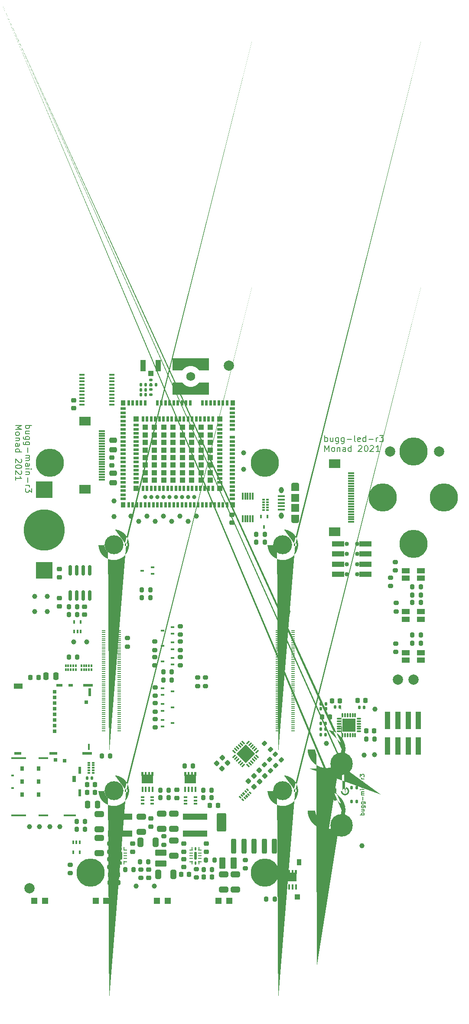
<source format=gbr>
%TF.GenerationSoftware,KiCad,Pcbnew,5.99.0-1.20210520gite8102d8.fc33*%
%TF.CreationDate,2021-05-24T11:11:45+01:00*%
%TF.ProjectId,bugg-panel-r3,62756767-2d70-4616-9e65-6c2d72332e6b,rev?*%
%TF.SameCoordinates,Original*%
%TF.FileFunction,Soldermask,Top*%
%TF.FilePolarity,Negative*%
%FSLAX46Y46*%
G04 Gerber Fmt 4.6, Leading zero omitted, Abs format (unit mm)*
G04 Created by KiCad (PCBNEW 5.99.0-1.20210520gite8102d8.fc33) date 2021-05-24 11:11:45*
%MOMM*%
%LPD*%
G01*
G04 APERTURE LIST*
G04 Aperture macros list*
%AMRoundRect*
0 Rectangle with rounded corners*
0 $1 Rounding radius*
0 $2 $3 $4 $5 $6 $7 $8 $9 X,Y pos of 4 corners*
0 Add a 4 corners polygon primitive as box body*
4,1,4,$2,$3,$4,$5,$6,$7,$8,$9,$2,$3,0*
0 Add four circle primitives for the rounded corners*
1,1,$1+$1,$2,$3*
1,1,$1+$1,$4,$5*
1,1,$1+$1,$6,$7*
1,1,$1+$1,$8,$9*
0 Add four rect primitives between the rounded corners*
20,1,$1+$1,$2,$3,$4,$5,0*
20,1,$1+$1,$4,$5,$6,$7,0*
20,1,$1+$1,$6,$7,$8,$9,0*
20,1,$1+$1,$8,$9,$2,$3,0*%
%AMRotRect*
0 Rectangle, with rotation*
0 The origin of the aperture is its center*
0 $1 length*
0 $2 width*
0 $3 Rotation angle, in degrees counterclockwise*
0 Add horizontal line*
21,1,$1,$2,0,0,$3*%
%AMFreePoly0*
4,1,21,1.372500,0.787500,0.862500,0.787500,0.862500,0.532500,1.372500,0.532500,1.372500,0.127500,0.862500,0.127500,0.862500,-0.127500,1.372500,-0.127500,1.372500,-0.532500,0.862500,-0.532500,0.862500,-0.787500,1.372500,-0.787500,1.372500,-1.195000,0.612500,-1.195000,0.612500,-1.117500,-0.862500,-1.117500,-0.862500,1.117500,0.612500,1.117500,0.612500,1.195000,1.372500,1.195000,
1.372500,0.787500,1.372500,0.787500,$1*%
%AMFreePoly1*
4,1,59,0.185535,1.453533,0.356177,1.392770,0.509116,1.295712,0.636751,1.167183,0.732739,1.013570,0.792309,0.842508,0.812500,0.662500,0.812183,0.639814,0.786974,0.460439,0.722651,0.291108,0.622411,0.140235,0.491237,0.015319,0.335647,-0.077430,0.163376,-0.133405,0.009760,-0.147385,0.000000,-0.150000,-0.004810,-0.148711,-0.017016,-0.149822,-0.196562,-0.125865,-0.366338,-0.062726,
-0.517907,0.036458,-0.643735,0.166757,-0.737569,0.321695,-0.794745,0.493572,-0.811923,0.668761,-0.512462,0.668761,-0.493621,0.524679,-0.435098,0.391675,-0.341598,0.280444,-0.220637,0.199925,-0.081939,0.156593,0.063346,0.153930,0.203538,0.192151,0.327369,0.268183,0.424882,0.375914,0.488239,0.506683,0.512347,0.649979,0.512500,0.662500,0.491900,0.806342,0.431757,0.938620,
0.336905,1.048701,0.214969,1.127736,0.075752,1.169371,-0.069554,1.170258,-0.209269,1.130328,-0.332161,1.052788,-0.428351,0.943874,-0.490106,0.812340,-0.512462,0.668761,-0.811923,0.668761,-0.812421,0.673844,-0.789718,0.853553,-0.727766,1.023766,-0.629642,1.176024,-0.500225,1.302759,-0.345946,1.397672,-0.174472,1.456046,0.005672,1.474980,0.185535,1.453533,0.185535,1.453533,
$1*%
%AMFreePoly2*
4,1,112,-2.563245,3.679731,-2.180727,3.619146,-1.806637,3.518909,-1.445074,3.380118,-1.100000,3.204294,-0.775195,2.993363,-0.474217,2.749636,-0.200364,2.475783,0.043363,2.174805,0.254294,1.850000,0.430118,1.504926,0.568909,1.143363,0.669146,0.769273,0.729731,0.386755,0.750000,0.000000,0.729731,-0.386755,0.669146,-0.769273,0.568909,-1.143363,0.430118,-1.504926,0.254294,-1.850000,
0.043363,-2.174805,-0.200364,-2.475783,-0.474217,-2.749636,-0.775195,-2.993363,-1.100000,-3.204294,-1.445074,-3.380118,-1.806637,-3.518909,-2.180727,-3.619146,-2.563245,-3.679731,-2.950000,-3.700000,-3.336755,-3.679731,-3.719273,-3.619146,-4.093363,-3.518909,-4.454926,-3.380118,-4.800000,-3.204294,-5.124805,-2.993363,-5.425783,-2.749636,-5.699636,-2.475783,-5.943363,-2.174805,-6.154294,-1.850000,
-6.330118,-1.504926,-6.468909,-1.143363,-6.569146,-0.769273,-6.629731,-0.386755,-6.645172,-0.092126,-5.148070,-0.092126,-5.116577,-0.382026,-5.047019,-0.665214,-4.940620,-0.936714,-4.799247,-1.191758,-4.625384,-1.425864,-4.422087,-1.634919,-4.192927,-1.815250,-3.941931,-1.963689,-3.673507,-2.077628,-3.392371,-2.155066,-3.103464,-2.194641,-2.811861,-2.195659,-2.522684,-2.158101,-2.241015,-2.082628,
-1.971803,-1.970566,-1.719776,-1.823883,-1.489362,-1.645156,-1.284611,-1.437525,-1.109119,-1.204639,-0.965968,-0.950589,-0.857676,-0.679837,-0.786143,-0.397142,-0.752626,-0.107469,-0.750000,0.000000,-0.769326,0.290964,-0.826964,0.576816,-0.921901,0.852534,-1.052470,1.113274,-1.216376,1.354455,-1.410741,1.571840,-1.632148,1.761609,-1.876709,1.920429,-2.140126,2.045508,-2.417772,2.134651,
-2.704768,2.186289,-2.996073,2.199518,-3.286569,2.174102,-3.571151,2.110491,-3.844821,2.009800,-4.102769,1.873799,-4.340464,1.704878,-4.553731,1.506004,-4.738822,1.280671,-4.892485,1.032837,-5.012020,0.766859,-5.095329,0.487407,-5.140946,0.199392,-5.148070,-0.092126,-6.645172,-0.092126,-6.650000,0.000000,-6.629731,0.386755,-6.569146,0.769273,-6.468909,1.143363,-6.330118,1.504926,
-6.154294,1.850000,-5.943363,2.174805,-5.699636,2.475783,-5.425783,2.749636,-5.124805,2.993363,-4.800000,3.204294,-4.454926,3.380118,-4.093363,3.518909,-3.719273,3.619146,-3.336755,3.679731,-2.950000,3.700000,-2.563245,3.679731,-2.563245,3.679731,$1*%
%AMFreePoly3*
4,1,103,-2.196018,2.981970,-1.854730,2.937039,-1.520868,2.853179,-1.198857,2.731501,-0.892966,2.573619,-0.607249,2.381624,-0.345492,2.158063,-0.111165,1.905898,0.092625,1.628471,0.263178,1.329459,0.398233,1.012826,0.496001,0.682769,0.555185,0.343662,0.575000,0.000000,0.569100,-0.187744,0.527745,-0.529483,0.447385,-0.864205,0.329086,-1.187472,0.174416,-1.495000,-0.014576,-1.782712,
-0.235384,-2.046796,-0.485082,-2.283750,-0.760359,-2.490435,-1.057568,-2.664110,-1.372770,-2.802473,-1.701785,-2.903691,-2.040254,-2.966423,-2.383689,-2.989836,-2.727540,-2.973620,-3.067248,-2.917991,-3.398311,-2.823685,-3.716341,-2.691953,-4.017122,-2.524540,-4.296668,-2.323666,-4.551273,-2.091993,-4.777563,-1.832592,-4.972539,-1.548901,-5.133616,-1.244680,-5.258659,-0.923961,-5.346011,-0.590995,
-5.394514,-0.250197,-5.398880,-0.083468,-4.253106,-0.083468,-4.221804,-0.347936,-4.152653,-0.605115,-4.047100,-0.849617,-3.907357,-1.076322,-3.736352,-1.280480,-3.537667,-1.457813,-3.315464,-1.604607,-3.074397,-1.717788,-2.819517,-1.794984,-2.556163,-1.834577,-2.289852,-1.835739,-2.026162,-1.798445,-1.770618,-1.723477,-1.528573,-1.612404,-1.305097,-1.467554,-1.104872,-1.291962,-0.932092,-1.089304,
-0.790376,-0.863828,-0.682694,-0.620255,-0.611301,-0.363690,-0.577693,-0.099505,-0.575000,0.000000,-0.594273,0.265615,-0.651686,0.525667,-0.746039,0.774706,-0.875354,1.007516,-1.036921,1.219221,-1.227358,1.405385,-1.442673,1.562108,-1.678358,1.686107,-1.929474,1.774786,-2.190760,1.826285,-2.456745,1.839526,-2.721854,1.814233,-2.980536,1.750934,-3.227371,1.650955,-3.457187,1.516392,
-3.665172,1.350063,-3.846967,1.155452,-3.998765,0.936636,-4.117386,0.698199,-4.200344,0.445136,-4.245902,0.182748,-4.253106,-0.083468,-5.398880,-0.083468,-5.403525,0.093918,-5.372924,0.436788,-5.303118,0.773869,-5.195032,1.100692,-5.050097,1.412927,-4.870236,1.706434,-4.657832,1.977322,-4.415701,2.222003,-4.147051,2.437232,-3.855443,2.620157,-3.544744,2.768353,-3.219070,2.879856,
-2.882739,2.953188,-2.540208,2.987377,-2.196018,2.981970,-2.196018,2.981970,$1*%
%AMFreePoly4*
4,1,25,-1.500000,1.420000,-1.360000,1.280000,-1.205000,1.155000,-1.035000,1.045000,-0.860000,0.950000,-0.675000,0.875000,-0.480000,0.820000,-0.280000,0.780000,-0.085000,0.765000,0.085000,0.765000,0.280000,0.780000,0.480000,0.820000,0.675000,0.875000,0.860000,0.950000,1.035000,1.045000,1.205000,1.155000,1.360000,1.280000,1.500000,1.420000,1.645000,1.595000,3.555000,1.595000,
3.555000,-0.755000,-3.555000,-0.755000,-3.555000,1.595000,-1.645000,1.595000,-1.500000,1.420000,-1.500000,1.420000,$1*%
G04 Aperture macros list end*
%ADD10C,0.150000*%
%ADD11C,0.200000*%
%ADD12R,1.350000X0.400000*%
%ADD13O,0.950000X1.250000*%
%ADD14R,1.550000X1.200000*%
%ADD15R,1.550000X1.500000*%
%ADD16O,1.550000X0.890000*%
%ADD17R,0.405000X0.990000*%
%ADD18FreePoly0,90.000000*%
%ADD19R,1.200000X1.200000*%
%ADD20RoundRect,0.200000X-0.275000X0.200000X-0.275000X-0.200000X0.275000X-0.200000X0.275000X0.200000X0*%
%ADD21R,0.700000X0.450000*%
%ADD22C,1.000000*%
%ADD23RoundRect,0.200000X0.275000X-0.200000X0.275000X0.200000X-0.275000X0.200000X-0.275000X-0.200000X0*%
%ADD24RoundRect,0.250000X-0.250000X-1.200000X0.250000X-1.200000X0.250000X1.200000X-0.250000X1.200000X0*%
%ADD25RoundRect,0.250000X-0.650000X-1.550000X0.650000X-1.550000X0.650000X1.550000X-0.650000X1.550000X0*%
%ADD26RoundRect,0.050000X-0.287500X-0.075000X0.287500X-0.075000X0.287500X0.075000X-0.287500X0.075000X0*%
%ADD27RoundRect,0.050000X0.075000X-0.287500X0.075000X0.287500X-0.075000X0.287500X-0.075000X-0.287500X0*%
%ADD28RoundRect,0.050000X-0.275000X-0.075000X0.275000X-0.075000X0.275000X0.075000X-0.275000X0.075000X0*%
%ADD29RoundRect,0.050050X0.124950X0.274950X-0.124950X0.274950X-0.124950X-0.274950X0.124950X-0.274950X0*%
%ADD30RoundRect,0.049950X-0.175050X-0.675050X0.175050X-0.675050X0.175050X0.675050X-0.175050X0.675050X0*%
%ADD31RoundRect,0.225000X0.250000X-0.225000X0.250000X0.225000X-0.250000X0.225000X-0.250000X-0.225000X0*%
%ADD32RoundRect,0.250000X-0.475000X0.250000X-0.475000X-0.250000X0.475000X-0.250000X0.475000X0.250000X0*%
%ADD33RoundRect,0.200000X-0.200000X-0.275000X0.200000X-0.275000X0.200000X0.275000X-0.200000X0.275000X0*%
%ADD34R,0.900000X1.200000*%
%ADD35RoundRect,0.150000X0.150000X-0.825000X0.150000X0.825000X-0.150000X0.825000X-0.150000X-0.825000X0*%
%ADD36RoundRect,0.250000X-0.650000X0.325000X-0.650000X-0.325000X0.650000X-0.325000X0.650000X0.325000X0*%
%ADD37R,1.500000X1.100000*%
%ADD38RoundRect,0.225000X-0.225000X-0.250000X0.225000X-0.250000X0.225000X0.250000X-0.225000X0.250000X0*%
%ADD39R,0.450000X0.700000*%
%ADD40R,0.550000X0.300000*%
%ADD41R,0.550000X0.400000*%
%ADD42R,0.300000X0.550000*%
%ADD43R,0.400000X0.550000*%
%ADD44C,0.850000*%
%ADD45R,2.350000X1.000000*%
%ADD46RoundRect,0.200000X0.335876X0.053033X0.053033X0.335876X-0.335876X-0.053033X-0.053033X-0.335876X0*%
%ADD47RoundRect,0.135000X-0.185000X0.135000X-0.185000X-0.135000X0.185000X-0.135000X0.185000X0.135000X0*%
%ADD48R,1.050000X2.200000*%
%ADD49R,1.000000X1.050000*%
%ADD50C,2.000000*%
%ADD51R,0.522000X0.725000*%
%ADD52FreePoly1,90.000000*%
%ADD53RoundRect,0.200000X0.200000X0.275000X-0.200000X0.275000X-0.200000X-0.275000X0.200000X-0.275000X0*%
%ADD54C,4.400000*%
%ADD55FreePoly2,90.000000*%
%ADD56R,0.500000X1.000000*%
%ADD57R,1.000000X0.500000*%
%ADD58R,1.000000X1.000000*%
%ADD59R,0.900000X1.000000*%
%ADD60C,0.800000*%
%ADD61R,0.300000X1.400000*%
%ADD62R,1.000000X3.500000*%
%ADD63RoundRect,0.140000X-0.140000X-0.170000X0.140000X-0.170000X0.140000X0.170000X-0.140000X0.170000X0*%
%ADD64RoundRect,0.225000X0.225000X0.250000X-0.225000X0.250000X-0.225000X-0.250000X0.225000X-0.250000X0*%
%ADD65C,3.700000*%
%ADD66FreePoly3,0.000000*%
%ADD67RoundRect,0.225000X-0.250000X0.225000X-0.250000X-0.225000X0.250000X-0.225000X0.250000X0.225000X0*%
%ADD68RoundRect,0.075000X-0.350000X-0.075000X0.350000X-0.075000X0.350000X0.075000X-0.350000X0.075000X0*%
%ADD69RoundRect,0.075000X-0.075000X-0.350000X0.075000X-0.350000X0.075000X0.350000X-0.075000X0.350000X0*%
%ADD70R,2.650000X2.650000*%
%ADD71RoundRect,0.250000X0.650000X-0.325000X0.650000X0.325000X-0.650000X0.325000X-0.650000X-0.325000X0*%
%ADD72RoundRect,0.062500X-0.203293X-0.291682X0.291682X0.203293X0.203293X0.291682X-0.291682X-0.203293X0*%
%ADD73RoundRect,0.062500X0.203293X-0.291682X0.291682X-0.203293X-0.203293X0.291682X-0.291682X0.203293X0*%
%ADD74RotRect,2.600000X2.600000X45.000000*%
%ADD75C,1.730000*%
%ADD76FreePoly4,180.000000*%
%ADD77FreePoly4,0.000000*%
%ADD78RoundRect,0.140000X-0.170000X0.140000X-0.170000X-0.140000X0.170000X-0.140000X0.170000X0.140000X0*%
%ADD79RoundRect,0.140000X0.140000X0.170000X-0.140000X0.170000X-0.140000X-0.170000X0.140000X-0.170000X0*%
%ADD80R,0.700000X0.200000*%
%ADD81C,5.500000*%
%ADD82RoundRect,0.225000X-0.017678X0.335876X-0.335876X0.017678X0.017678X-0.335876X0.335876X-0.017678X0*%
%ADD83RoundRect,0.250000X-0.375000X-0.850000X0.375000X-0.850000X0.375000X0.850000X-0.375000X0.850000X0*%
%ADD84R,1.300000X0.300000*%
%ADD85R,2.200000X1.800000*%
%ADD86R,0.400000X0.650000*%
%ADD87RoundRect,0.225000X-0.335876X-0.017678X-0.017678X-0.335876X0.335876X0.017678X0.017678X0.335876X0*%
%ADD88RoundRect,0.147500X-0.147500X-0.172500X0.147500X-0.172500X0.147500X0.172500X-0.147500X0.172500X0*%
%ADD89RoundRect,0.250000X0.475000X-0.250000X0.475000X0.250000X-0.475000X0.250000X-0.475000X-0.250000X0*%
%ADD90R,1.100000X1.100000*%
%ADD91R,1.000000X0.400000*%
%ADD92RoundRect,0.250000X-0.325000X-0.650000X0.325000X-0.650000X0.325000X0.650000X-0.325000X0.650000X0*%
%ADD93R,4.700000X1.200000*%
%ADD94RoundRect,0.250000X-0.250000X-0.475000X0.250000X-0.475000X0.250000X0.475000X-0.250000X0.475000X0*%
%ADD95R,0.700000X0.900000*%
%ADD96R,0.700000X0.700000*%
%ADD97R,0.650000X1.200000*%
%ADD98R,0.500000X1.400000*%
%ADD99R,0.600000X0.300000*%
%ADD100R,2.900000X0.450000*%
%ADD101R,0.700000X0.750000*%
%ADD102R,1.900000X0.450000*%
%ADD103R,2.400000X0.450000*%
%ADD104RotRect,0.300000X0.550000X225.000000*%
%ADD105RotRect,0.400000X0.550000X225.000000*%
%ADD106R,0.650000X0.400000*%
%ADD107R,3.200000X3.200000*%
%ADD108C,8.000000*%
%ADD109RoundRect,0.135000X-0.135000X-0.185000X0.135000X-0.185000X0.135000X0.185000X-0.135000X0.185000X0*%
%ADD110RoundRect,0.135000X0.135000X0.185000X-0.135000X0.185000X-0.135000X-0.185000X0.135000X-0.185000X0*%
%ADD111R,0.700000X0.640000*%
%ADD112R,0.550000X1.550000*%
%ADD113R,0.820000X0.520000*%
%ADD114R,1.850000X0.570000*%
%ADD115R,0.450000X1.300000*%
%ADD116R,1.450000X0.570000*%
%ADD117R,1.150000X0.520000*%
%ADD118R,1.960000X0.570000*%
%ADD119R,1.650000X0.520000*%
%ADD120R,1.700000X1.010000*%
%ADD121RoundRect,0.250000X0.325000X0.650000X-0.325000X0.650000X-0.325000X-0.650000X0.325000X-0.650000X0*%
%ADD122RoundRect,0.250000X0.850000X-0.375000X0.850000X0.375000X-0.850000X0.375000X-0.850000X-0.375000X0*%
G04 APERTURE END LIST*
D10*
X40411904Y-28692857D02*
X39611904Y-28692857D01*
X39916666Y-28692857D02*
X39878571Y-28616666D01*
X39878571Y-28464285D01*
X39916666Y-28388095D01*
X39954761Y-28350000D01*
X40030952Y-28311904D01*
X40259523Y-28311904D01*
X40335714Y-28350000D01*
X40373809Y-28388095D01*
X40411904Y-28464285D01*
X40411904Y-28616666D01*
X40373809Y-28692857D01*
X39878571Y-27626190D02*
X40411904Y-27626190D01*
X39878571Y-27969047D02*
X40297619Y-27969047D01*
X40373809Y-27930952D01*
X40411904Y-27854761D01*
X40411904Y-27740476D01*
X40373809Y-27664285D01*
X40335714Y-27626190D01*
X39878571Y-26902380D02*
X40526190Y-26902380D01*
X40602380Y-26940476D01*
X40640476Y-26978571D01*
X40678571Y-27054761D01*
X40678571Y-27169047D01*
X40640476Y-27245238D01*
X40373809Y-26902380D02*
X40411904Y-26978571D01*
X40411904Y-27130952D01*
X40373809Y-27207142D01*
X40335714Y-27245238D01*
X40259523Y-27283333D01*
X40030952Y-27283333D01*
X39954761Y-27245238D01*
X39916666Y-27207142D01*
X39878571Y-27130952D01*
X39878571Y-26978571D01*
X39916666Y-26902380D01*
X39878571Y-26178571D02*
X40526190Y-26178571D01*
X40602380Y-26216666D01*
X40640476Y-26254761D01*
X40678571Y-26330952D01*
X40678571Y-26445238D01*
X40640476Y-26521428D01*
X40373809Y-26178571D02*
X40411904Y-26254761D01*
X40411904Y-26407142D01*
X40373809Y-26483333D01*
X40335714Y-26521428D01*
X40259523Y-26559523D01*
X40030952Y-26559523D01*
X39954761Y-26521428D01*
X39916666Y-26483333D01*
X39878571Y-26407142D01*
X39878571Y-26254761D01*
X39916666Y-26178571D01*
X40107142Y-25797619D02*
X40107142Y-25188095D01*
X40411904Y-24807142D02*
X39878571Y-24807142D01*
X39954761Y-24807142D02*
X39916666Y-24769047D01*
X39878571Y-24692857D01*
X39878571Y-24578571D01*
X39916666Y-24502380D01*
X39992857Y-24464285D01*
X40411904Y-24464285D01*
X39992857Y-24464285D02*
X39916666Y-24426190D01*
X39878571Y-24350000D01*
X39878571Y-24235714D01*
X39916666Y-24159523D01*
X39992857Y-24121428D01*
X40411904Y-24121428D01*
X40411904Y-23740476D02*
X39878571Y-23740476D01*
X39611904Y-23740476D02*
X39650000Y-23778571D01*
X39688095Y-23740476D01*
X39650000Y-23702380D01*
X39611904Y-23740476D01*
X39688095Y-23740476D01*
X40373809Y-23016666D02*
X40411904Y-23092857D01*
X40411904Y-23245238D01*
X40373809Y-23321428D01*
X40335714Y-23359523D01*
X40259523Y-23397619D01*
X40030952Y-23397619D01*
X39954761Y-23359523D01*
X39916666Y-23321428D01*
X39878571Y-23245238D01*
X39878571Y-23092857D01*
X39916666Y-23016666D01*
X40107142Y-22673809D02*
X40107142Y-22064285D01*
X40411904Y-21683333D02*
X39878571Y-21683333D01*
X40030952Y-21683333D02*
X39954761Y-21645238D01*
X39916666Y-21607142D01*
X39878571Y-21530952D01*
X39878571Y-21454761D01*
X39611904Y-21264285D02*
X39611904Y-20769047D01*
X39916666Y-21035714D01*
X39916666Y-20921428D01*
X39954761Y-20845238D01*
X39992857Y-20807142D01*
X40069047Y-20769047D01*
X40259523Y-20769047D01*
X40335714Y-20807142D01*
X40373809Y-20845238D01*
X40411904Y-20921428D01*
X40411904Y-21150000D01*
X40373809Y-21226190D01*
X40335714Y-21264285D01*
D11*
X32715714Y44173142D02*
X32715714Y45373142D01*
X32715714Y44916000D02*
X32830000Y44973142D01*
X33058571Y44973142D01*
X33172857Y44916000D01*
X33230000Y44858857D01*
X33287142Y44744571D01*
X33287142Y44401714D01*
X33230000Y44287428D01*
X33172857Y44230285D01*
X33058571Y44173142D01*
X32830000Y44173142D01*
X32715714Y44230285D01*
X34315714Y44973142D02*
X34315714Y44173142D01*
X33801428Y44973142D02*
X33801428Y44344571D01*
X33858571Y44230285D01*
X33972857Y44173142D01*
X34144285Y44173142D01*
X34258571Y44230285D01*
X34315714Y44287428D01*
X35401428Y44973142D02*
X35401428Y44001714D01*
X35344285Y43887428D01*
X35287142Y43830285D01*
X35172857Y43773142D01*
X35001428Y43773142D01*
X34887142Y43830285D01*
X35401428Y44230285D02*
X35287142Y44173142D01*
X35058571Y44173142D01*
X34944285Y44230285D01*
X34887142Y44287428D01*
X34830000Y44401714D01*
X34830000Y44744571D01*
X34887142Y44858857D01*
X34944285Y44916000D01*
X35058571Y44973142D01*
X35287142Y44973142D01*
X35401428Y44916000D01*
X36487142Y44973142D02*
X36487142Y44001714D01*
X36430000Y43887428D01*
X36372857Y43830285D01*
X36258571Y43773142D01*
X36087142Y43773142D01*
X35972857Y43830285D01*
X36487142Y44230285D02*
X36372857Y44173142D01*
X36144285Y44173142D01*
X36030000Y44230285D01*
X35972857Y44287428D01*
X35915714Y44401714D01*
X35915714Y44744571D01*
X35972857Y44858857D01*
X36030000Y44916000D01*
X36144285Y44973142D01*
X36372857Y44973142D01*
X36487142Y44916000D01*
X37058571Y44630285D02*
X37972857Y44630285D01*
X38715714Y44173142D02*
X38601428Y44230285D01*
X38544285Y44344571D01*
X38544285Y45373142D01*
X39630000Y44230285D02*
X39515714Y44173142D01*
X39287142Y44173142D01*
X39172857Y44230285D01*
X39115714Y44344571D01*
X39115714Y44801714D01*
X39172857Y44916000D01*
X39287142Y44973142D01*
X39515714Y44973142D01*
X39630000Y44916000D01*
X39687142Y44801714D01*
X39687142Y44687428D01*
X39115714Y44573142D01*
X40715714Y44173142D02*
X40715714Y45373142D01*
X40715714Y44230285D02*
X40601428Y44173142D01*
X40372857Y44173142D01*
X40258571Y44230285D01*
X40201428Y44287428D01*
X40144285Y44401714D01*
X40144285Y44744571D01*
X40201428Y44858857D01*
X40258571Y44916000D01*
X40372857Y44973142D01*
X40601428Y44973142D01*
X40715714Y44916000D01*
X41287142Y44630285D02*
X42201428Y44630285D01*
X42772857Y44173142D02*
X42772857Y44973142D01*
X42772857Y44744571D02*
X42830000Y44858857D01*
X42887142Y44916000D01*
X43001428Y44973142D01*
X43115714Y44973142D01*
X43401428Y45373142D02*
X44144285Y45373142D01*
X43744285Y44916000D01*
X43915714Y44916000D01*
X44030000Y44858857D01*
X44087142Y44801714D01*
X44144285Y44687428D01*
X44144285Y44401714D01*
X44087142Y44287428D01*
X44030000Y44230285D01*
X43915714Y44173142D01*
X43572857Y44173142D01*
X43458571Y44230285D01*
X43401428Y44287428D01*
X32715714Y42241142D02*
X32715714Y43441142D01*
X33115714Y42584000D01*
X33515714Y43441142D01*
X33515714Y42241142D01*
X34258571Y42241142D02*
X34144285Y42298285D01*
X34087142Y42355428D01*
X34030000Y42469714D01*
X34030000Y42812571D01*
X34087142Y42926857D01*
X34144285Y42984000D01*
X34258571Y43041142D01*
X34430000Y43041142D01*
X34544285Y42984000D01*
X34601428Y42926857D01*
X34658571Y42812571D01*
X34658571Y42469714D01*
X34601428Y42355428D01*
X34544285Y42298285D01*
X34430000Y42241142D01*
X34258571Y42241142D01*
X35172857Y43041142D02*
X35172857Y42241142D01*
X35172857Y42926857D02*
X35230000Y42984000D01*
X35344285Y43041142D01*
X35515714Y43041142D01*
X35630000Y42984000D01*
X35687142Y42869714D01*
X35687142Y42241142D01*
X36772857Y42241142D02*
X36772857Y42869714D01*
X36715714Y42984000D01*
X36601428Y43041142D01*
X36372857Y43041142D01*
X36258571Y42984000D01*
X36772857Y42298285D02*
X36658571Y42241142D01*
X36372857Y42241142D01*
X36258571Y42298285D01*
X36201428Y42412571D01*
X36201428Y42526857D01*
X36258571Y42641142D01*
X36372857Y42698285D01*
X36658571Y42698285D01*
X36772857Y42755428D01*
X37858571Y42241142D02*
X37858571Y43441142D01*
X37858571Y42298285D02*
X37744285Y42241142D01*
X37515714Y42241142D01*
X37401428Y42298285D01*
X37344285Y42355428D01*
X37287142Y42469714D01*
X37287142Y42812571D01*
X37344285Y42926857D01*
X37401428Y42984000D01*
X37515714Y43041142D01*
X37744285Y43041142D01*
X37858571Y42984000D01*
X39287142Y43326857D02*
X39344285Y43384000D01*
X39458571Y43441142D01*
X39744285Y43441142D01*
X39858571Y43384000D01*
X39915714Y43326857D01*
X39972857Y43212571D01*
X39972857Y43098285D01*
X39915714Y42926857D01*
X39230000Y42241142D01*
X39972857Y42241142D01*
X40715714Y43441142D02*
X40830000Y43441142D01*
X40944285Y43384000D01*
X41001428Y43326857D01*
X41058571Y43212571D01*
X41115714Y42984000D01*
X41115714Y42698285D01*
X41058571Y42469714D01*
X41001428Y42355428D01*
X40944285Y42298285D01*
X40830000Y42241142D01*
X40715714Y42241142D01*
X40601428Y42298285D01*
X40544285Y42355428D01*
X40487142Y42469714D01*
X40430000Y42698285D01*
X40430000Y42984000D01*
X40487142Y43212571D01*
X40544285Y43326857D01*
X40601428Y43384000D01*
X40715714Y43441142D01*
X41572857Y43326857D02*
X41630000Y43384000D01*
X41744285Y43441142D01*
X42030000Y43441142D01*
X42144285Y43384000D01*
X42201428Y43326857D01*
X42258571Y43212571D01*
X42258571Y43098285D01*
X42201428Y42926857D01*
X41515714Y42241142D01*
X42258571Y42241142D01*
X43401428Y42241142D02*
X42715714Y42241142D01*
X43058571Y42241142D02*
X43058571Y43441142D01*
X42944285Y43269714D01*
X42830000Y43155428D01*
X42715714Y43098285D01*
X-25776857Y47334285D02*
X-24576857Y47334285D01*
X-25034000Y47334285D02*
X-24976857Y47220000D01*
X-24976857Y46991428D01*
X-25034000Y46877142D01*
X-25091142Y46820000D01*
X-25205428Y46762857D01*
X-25548285Y46762857D01*
X-25662571Y46820000D01*
X-25719714Y46877142D01*
X-25776857Y46991428D01*
X-25776857Y47220000D01*
X-25719714Y47334285D01*
X-24976857Y45734285D02*
X-25776857Y45734285D01*
X-24976857Y46248571D02*
X-25605428Y46248571D01*
X-25719714Y46191428D01*
X-25776857Y46077142D01*
X-25776857Y45905714D01*
X-25719714Y45791428D01*
X-25662571Y45734285D01*
X-24976857Y44648571D02*
X-25948285Y44648571D01*
X-26062571Y44705714D01*
X-26119714Y44762857D01*
X-26176857Y44877142D01*
X-26176857Y45048571D01*
X-26119714Y45162857D01*
X-25719714Y44648571D02*
X-25776857Y44762857D01*
X-25776857Y44991428D01*
X-25719714Y45105714D01*
X-25662571Y45162857D01*
X-25548285Y45220000D01*
X-25205428Y45220000D01*
X-25091142Y45162857D01*
X-25034000Y45105714D01*
X-24976857Y44991428D01*
X-24976857Y44762857D01*
X-25034000Y44648571D01*
X-24976857Y43562857D02*
X-25948285Y43562857D01*
X-26062571Y43620000D01*
X-26119714Y43677142D01*
X-26176857Y43791428D01*
X-26176857Y43962857D01*
X-26119714Y44077142D01*
X-25719714Y43562857D02*
X-25776857Y43677142D01*
X-25776857Y43905714D01*
X-25719714Y44020000D01*
X-25662571Y44077142D01*
X-25548285Y44134285D01*
X-25205428Y44134285D01*
X-25091142Y44077142D01*
X-25034000Y44020000D01*
X-24976857Y43905714D01*
X-24976857Y43677142D01*
X-25034000Y43562857D01*
X-25319714Y42991428D02*
X-25319714Y42077142D01*
X-25776857Y41505714D02*
X-24976857Y41505714D01*
X-25091142Y41505714D02*
X-25034000Y41448571D01*
X-24976857Y41334285D01*
X-24976857Y41162857D01*
X-25034000Y41048571D01*
X-25148285Y40991428D01*
X-25776857Y40991428D01*
X-25148285Y40991428D02*
X-25034000Y40934285D01*
X-24976857Y40820000D01*
X-24976857Y40648571D01*
X-25034000Y40534285D01*
X-25148285Y40477142D01*
X-25776857Y40477142D01*
X-25776857Y39391428D02*
X-25148285Y39391428D01*
X-25034000Y39448571D01*
X-24976857Y39562857D01*
X-24976857Y39791428D01*
X-25034000Y39905714D01*
X-25719714Y39391428D02*
X-25776857Y39505714D01*
X-25776857Y39791428D01*
X-25719714Y39905714D01*
X-25605428Y39962857D01*
X-25491142Y39962857D01*
X-25376857Y39905714D01*
X-25319714Y39791428D01*
X-25319714Y39505714D01*
X-25262571Y39391428D01*
X-25776857Y38820000D02*
X-24976857Y38820000D01*
X-24576857Y38820000D02*
X-24634000Y38877142D01*
X-24691142Y38820000D01*
X-24634000Y38762857D01*
X-24576857Y38820000D01*
X-24691142Y38820000D01*
X-24976857Y38248571D02*
X-25776857Y38248571D01*
X-25091142Y38248571D02*
X-25034000Y38191428D01*
X-24976857Y38077142D01*
X-24976857Y37905714D01*
X-25034000Y37791428D01*
X-25148285Y37734285D01*
X-25776857Y37734285D01*
X-25319714Y37162857D02*
X-25319714Y36248571D01*
X-25776857Y35677142D02*
X-24976857Y35677142D01*
X-25205428Y35677142D02*
X-25091142Y35620000D01*
X-25034000Y35562857D01*
X-24976857Y35448571D01*
X-24976857Y35334285D01*
X-24576857Y35048571D02*
X-24576857Y34305714D01*
X-25034000Y34705714D01*
X-25034000Y34534285D01*
X-25091142Y34420000D01*
X-25148285Y34362857D01*
X-25262571Y34305714D01*
X-25548285Y34305714D01*
X-25662571Y34362857D01*
X-25719714Y34420000D01*
X-25776857Y34534285D01*
X-25776857Y34877142D01*
X-25719714Y34991428D01*
X-25662571Y35048571D01*
X-27708857Y47334285D02*
X-26508857Y47334285D01*
X-27366000Y46934285D01*
X-26508857Y46534285D01*
X-27708857Y46534285D01*
X-27708857Y45791428D02*
X-27651714Y45905714D01*
X-27594571Y45962857D01*
X-27480285Y46020000D01*
X-27137428Y46020000D01*
X-27023142Y45962857D01*
X-26966000Y45905714D01*
X-26908857Y45791428D01*
X-26908857Y45620000D01*
X-26966000Y45505714D01*
X-27023142Y45448571D01*
X-27137428Y45391428D01*
X-27480285Y45391428D01*
X-27594571Y45448571D01*
X-27651714Y45505714D01*
X-27708857Y45620000D01*
X-27708857Y45791428D01*
X-26908857Y44877142D02*
X-27708857Y44877142D01*
X-27023142Y44877142D02*
X-26966000Y44820000D01*
X-26908857Y44705714D01*
X-26908857Y44534285D01*
X-26966000Y44420000D01*
X-27080285Y44362857D01*
X-27708857Y44362857D01*
X-27708857Y43277142D02*
X-27080285Y43277142D01*
X-26966000Y43334285D01*
X-26908857Y43448571D01*
X-26908857Y43677142D01*
X-26966000Y43791428D01*
X-27651714Y43277142D02*
X-27708857Y43391428D01*
X-27708857Y43677142D01*
X-27651714Y43791428D01*
X-27537428Y43848571D01*
X-27423142Y43848571D01*
X-27308857Y43791428D01*
X-27251714Y43677142D01*
X-27251714Y43391428D01*
X-27194571Y43277142D01*
X-27708857Y42191428D02*
X-26508857Y42191428D01*
X-27651714Y42191428D02*
X-27708857Y42305714D01*
X-27708857Y42534285D01*
X-27651714Y42648571D01*
X-27594571Y42705714D01*
X-27480285Y42762857D01*
X-27137428Y42762857D01*
X-27023142Y42705714D01*
X-26966000Y42648571D01*
X-26908857Y42534285D01*
X-26908857Y42305714D01*
X-26966000Y42191428D01*
X-26623142Y40762857D02*
X-26566000Y40705714D01*
X-26508857Y40591428D01*
X-26508857Y40305714D01*
X-26566000Y40191428D01*
X-26623142Y40134285D01*
X-26737428Y40077142D01*
X-26851714Y40077142D01*
X-27023142Y40134285D01*
X-27708857Y40820000D01*
X-27708857Y40077142D01*
X-26508857Y39334285D02*
X-26508857Y39220000D01*
X-26566000Y39105714D01*
X-26623142Y39048571D01*
X-26737428Y38991428D01*
X-26966000Y38934285D01*
X-27251714Y38934285D01*
X-27480285Y38991428D01*
X-27594571Y39048571D01*
X-27651714Y39105714D01*
X-27708857Y39220000D01*
X-27708857Y39334285D01*
X-27651714Y39448571D01*
X-27594571Y39505714D01*
X-27480285Y39562857D01*
X-27251714Y39620000D01*
X-26966000Y39620000D01*
X-26737428Y39562857D01*
X-26623142Y39505714D01*
X-26566000Y39448571D01*
X-26508857Y39334285D01*
X-26623142Y38477142D02*
X-26566000Y38420000D01*
X-26508857Y38305714D01*
X-26508857Y38020000D01*
X-26566000Y37905714D01*
X-26623142Y37848571D01*
X-26737428Y37791428D01*
X-26851714Y37791428D01*
X-27023142Y37848571D01*
X-27708857Y38534285D01*
X-27708857Y37791428D01*
X-27708857Y36648571D02*
X-27708857Y37334285D01*
X-27708857Y36991428D02*
X-26508857Y36991428D01*
X-26680285Y37105714D01*
X-26794571Y37220000D01*
X-26851714Y37334285D01*
D12*
%TO.C,J15*%
X24200000Y30900000D03*
X24200000Y31550000D03*
X24200000Y32200000D03*
X24200000Y32850000D03*
X24200000Y33500000D03*
D13*
X24200000Y34700000D03*
D14*
X26900000Y35100000D03*
D15*
X26900000Y31200000D03*
D14*
X26900000Y29300000D03*
D13*
X24200000Y29700000D03*
D15*
X26900000Y33200000D03*
D16*
X26900000Y35700000D03*
X26900000Y28700000D03*
%TD*%
D17*
%TO.C,Q3*%
X25115600Y-42792500D03*
X25775600Y-42792500D03*
X26435600Y-42792500D03*
X27095600Y-42792500D03*
D18*
X26105600Y-40800000D03*
%TD*%
D19*
%TO.C,D1*%
X-12050000Y-45500000D03*
X-9950000Y-45500000D03*
%TD*%
D20*
%TO.C,R202*%
X46650000Y12675000D03*
X46650000Y11025000D03*
%TD*%
D21*
%TO.C,Q11*%
X3000000Y3650000D03*
X3000000Y4950000D03*
X1000000Y4300000D03*
%TD*%
D22*
%TO.C,T10*%
X16865600Y38760400D03*
%TD*%
D17*
%TO.C,Q1*%
X-2915000Y-23685000D03*
X-2255000Y-23685000D03*
X-1595000Y-23685000D03*
X-935000Y-23685000D03*
D18*
X-1925000Y-21692500D03*
%TD*%
D23*
%TO.C,R44*%
X7840000Y-3545000D03*
X7840000Y-1895000D03*
%TD*%
D24*
%TO.C,J10*%
X14900000Y-34800000D03*
X16900000Y-34800000D03*
X18900000Y-34800000D03*
X20900000Y-34800000D03*
X22900000Y-34800000D03*
D25*
X12550000Y-30150000D03*
X25250000Y-30150000D03*
%TD*%
D22*
%TO.C,T7*%
X-13825000Y5100000D03*
%TD*%
D26*
%TO.C,U5*%
X-8012500Y-35550000D03*
D27*
X-7800000Y-35337500D03*
D28*
X-8025000Y-36200000D03*
X-8025000Y-36700000D03*
X-8025000Y-37200000D03*
D27*
X-7800000Y-38062500D03*
D26*
X-8012500Y-37850000D03*
D29*
X-7150000Y-38075000D03*
D26*
X-6287500Y-37850000D03*
D27*
X-6500000Y-38062500D03*
D28*
X-6275000Y-37200000D03*
X-6275000Y-36700000D03*
X-6275000Y-36200000D03*
D27*
X-6500000Y-35337500D03*
D26*
X-6287500Y-35550000D03*
D29*
X-7150000Y-35325000D03*
D30*
X-7150000Y-36700000D03*
%TD*%
D31*
%TO.C,C36*%
X-14200000Y10375000D03*
X-14200000Y11925000D03*
%TD*%
D32*
%TO.C,C23*%
X-8600000Y38050000D03*
X-8600000Y36150000D03*
%TD*%
D22*
%TO.C,T4*%
X-23000000Y-31000000D03*
%TD*%
D33*
%TO.C,R7*%
X575000Y-25350000D03*
X2225000Y-25350000D03*
%TD*%
D34*
%TO.C,D4*%
X27700000Y-37950000D03*
X24400000Y-37950000D03*
%TD*%
D33*
%TO.C,R8*%
X8950000Y-25350000D03*
X10600000Y-25350000D03*
%TD*%
D21*
%TO.C,Q9*%
X3000000Y6650000D03*
X3000000Y7950000D03*
X1000000Y7300000D03*
%TD*%
D22*
%TO.C,T15*%
X-24000000Y11000000D03*
%TD*%
D23*
%TO.C,R43*%
X4450000Y6475000D03*
X4450000Y8125000D03*
%TD*%
D35*
%TO.C,U13*%
X-17055000Y14125000D03*
X-15785000Y14125000D03*
X-14515000Y14125000D03*
X-13245000Y14125000D03*
X-13245000Y19075000D03*
X-14515000Y19075000D03*
X-15785000Y19075000D03*
X-17055000Y19075000D03*
%TD*%
D36*
%TO.C,C43*%
X12920000Y-40325000D03*
X12920000Y-43275000D03*
%TD*%
D20*
%TO.C,R201*%
X46450000Y20675000D03*
X46450000Y19025000D03*
%TD*%
D31*
%TO.C,C42*%
X-9350000Y-35875000D03*
X-9350000Y-34325000D03*
%TD*%
D37*
%TO.C,LED203*%
X51500000Y1500000D03*
X48500000Y1500000D03*
X48500000Y3000000D03*
X51500000Y3000000D03*
%TD*%
D36*
%TO.C,C13*%
X-3150000Y-29025000D03*
X-3150000Y-31975000D03*
%TD*%
D38*
%TO.C,C104*%
X32165000Y-9590000D03*
X33715000Y-9590000D03*
%TD*%
D39*
%TO.C,Q4*%
X21500000Y29550000D03*
X20200000Y29550000D03*
X20850000Y27550000D03*
%TD*%
D38*
%TO.C,C108*%
X34100000Y-6450000D03*
X35650000Y-6450000D03*
%TD*%
D40*
%TO.C,U8*%
X-12569000Y-20507200D03*
X-13339000Y-20507200D03*
X-13339000Y-20007200D03*
X-12569000Y-20007200D03*
D41*
X-13339000Y-19507200D03*
X-12569000Y-19507200D03*
D40*
X-12569000Y-19007200D03*
X-13339000Y-19007200D03*
X-13339000Y-18507200D03*
X-12569000Y-18507200D03*
%TD*%
D42*
%TO.C,U11*%
X-17900000Y435000D03*
X-17900000Y-335000D03*
X-17400000Y-335000D03*
X-17400000Y435000D03*
D43*
X-16900000Y-335000D03*
X-16900000Y435000D03*
D42*
X-16400000Y-335000D03*
X-16400000Y435000D03*
X-15900000Y-335000D03*
X-15900000Y435000D03*
%TD*%
D44*
%TO.C,J201*%
X37000000Y22250000D03*
X37000000Y20250000D03*
X39000000Y22250000D03*
X39000000Y20250000D03*
X39000000Y24250000D03*
X37000000Y24250000D03*
X37000000Y18250000D03*
X39000000Y18250000D03*
D45*
X40675000Y24250000D03*
X35325000Y24250000D03*
X40675000Y22250000D03*
X35325000Y22250000D03*
X40675000Y20250000D03*
X35325000Y20250000D03*
X40675000Y18250000D03*
X35325000Y18250000D03*
%TD*%
D46*
%TO.C,R26*%
X24181371Y-17981371D03*
X23014645Y-16814645D03*
%TD*%
D47*
%TO.C,R20*%
X-1300000Y54355000D03*
X-1300000Y53335000D03*
%TD*%
D22*
%TO.C,T1*%
X-16325000Y5100000D03*
%TD*%
D33*
%TO.C,R40*%
X1175000Y-2350000D03*
X2825000Y-2350000D03*
%TD*%
D48*
%TO.C,J12*%
X-2775000Y58995000D03*
X175000Y58995000D03*
D49*
X-1300000Y57495000D03*
%TD*%
D20*
%TO.C,R204*%
X45550000Y17625000D03*
X45550000Y15975000D03*
%TD*%
D23*
%TO.C,R35*%
X1300000Y-34525000D03*
X1300000Y-32875000D03*
%TD*%
D50*
%TO.C,FID2*%
X47000000Y-2250000D03*
%TD*%
D22*
%TO.C,TP101*%
X42485377Y-8089716D03*
%TD*%
D20*
%TO.C,R38*%
X-450000Y-3775000D03*
X-450000Y-5425000D03*
%TD*%
D33*
%TO.C,R22*%
X-15775000Y-31500000D03*
X-14125000Y-31500000D03*
%TD*%
D38*
%TO.C,C28*%
X-13725000Y-24300000D03*
X-12175000Y-24300000D03*
%TD*%
D51*
%TO.C,MIC101*%
X33926000Y-25587500D03*
X34748000Y-25587500D03*
D52*
X36662500Y-24750000D03*
D51*
X34748000Y-23912500D03*
X33926000Y-23912500D03*
%TD*%
D22*
%TO.C,T2*%
X-21500000Y11000000D03*
%TD*%
D53*
%TO.C,R15*%
X-4625000Y-39400000D03*
X-6275000Y-39400000D03*
%TD*%
%TO.C,R23*%
X-9225000Y-17200000D03*
X-10875000Y-17200000D03*
%TD*%
D22*
%TO.C,J5*%
X1200000Y29600000D03*
%TD*%
D54*
%TO.C,H101*%
X36000000Y-30750000D03*
D55*
X36000000Y-27800000D03*
%TD*%
D33*
%TO.C,R209*%
X49825000Y6450000D03*
X51475000Y6450000D03*
%TD*%
D19*
%TO.C,D3*%
X-50000Y-45500000D03*
X2050000Y-45500000D03*
%TD*%
D56*
%TO.C,U7*%
X-2800000Y35020000D03*
X-2000000Y35020000D03*
X-1200000Y35020000D03*
X-400000Y35020000D03*
X400000Y35020000D03*
X1200000Y35020000D03*
X2000000Y35020000D03*
X2800000Y35020000D03*
X3600000Y35020000D03*
X4400000Y35020000D03*
X5200000Y35020000D03*
X6000000Y35020000D03*
X6800000Y35020000D03*
X7600000Y35020000D03*
X8400000Y35020000D03*
X9200000Y35020000D03*
X10000000Y35020000D03*
X10800000Y35020000D03*
D57*
X12180000Y36200000D03*
X12180000Y37000000D03*
X12180000Y37800000D03*
X12180000Y38600000D03*
X12180000Y39400000D03*
X12180000Y40200000D03*
X12180000Y41000000D03*
X12180000Y41800000D03*
X12180000Y42600000D03*
X12180000Y43400000D03*
X12180000Y44200000D03*
X12180000Y45000000D03*
X12180000Y45800000D03*
X12180000Y46600000D03*
X12180000Y47400000D03*
D56*
X10800000Y48580000D03*
X10000000Y48580000D03*
X9200000Y48580000D03*
X8400000Y48580000D03*
X7600000Y48580000D03*
X6800000Y48580000D03*
X6000000Y48580000D03*
X5200000Y48580000D03*
X4400000Y48580000D03*
X3600000Y48580000D03*
X2800000Y48580000D03*
X2000000Y48580000D03*
X1200000Y48580000D03*
X400000Y48580000D03*
X-400000Y48580000D03*
X-1200000Y48580000D03*
X-2000000Y48580000D03*
X-2800000Y48580000D03*
D57*
X-4180000Y47400000D03*
X-4180000Y46600000D03*
X-4180000Y45800000D03*
X-4180000Y45000000D03*
X-4180000Y44200000D03*
X-4180000Y43400000D03*
X-4180000Y42600000D03*
X-4180000Y41800000D03*
X-4180000Y41000000D03*
X-4180000Y40200000D03*
X-4180000Y39400000D03*
X-4180000Y38600000D03*
X-4180000Y37800000D03*
X-4180000Y37000000D03*
X-4180000Y36200000D03*
D58*
X-4180000Y35020000D03*
X12180000Y35020000D03*
X12180000Y48580000D03*
X-4180000Y48580000D03*
D56*
X-5600000Y31850000D03*
X-4800000Y31850000D03*
X-4000000Y31850000D03*
X-3200000Y31850000D03*
X-2400000Y31850000D03*
X-1600000Y31850000D03*
X-800000Y31850000D03*
X0Y31850000D03*
X800000Y31850000D03*
X1600000Y31850000D03*
X2400000Y31850000D03*
X3200000Y31850000D03*
X4000000Y31850000D03*
X4800000Y31850000D03*
X5600000Y31850000D03*
X6400000Y31850000D03*
X7200000Y31850000D03*
X8000000Y31850000D03*
X8800000Y31850000D03*
X9600000Y31850000D03*
X10400000Y31850000D03*
X11200000Y31850000D03*
X12000000Y31850000D03*
X12800000Y31850000D03*
X13600000Y31850000D03*
D57*
X14650000Y33000000D03*
X14650000Y33800000D03*
X14650000Y34600000D03*
X14650000Y35400000D03*
X14650000Y36200000D03*
X14650000Y37000000D03*
X14650000Y37800000D03*
X14650000Y38600000D03*
X14650000Y39400000D03*
X14650000Y40200000D03*
X14650000Y41000000D03*
X14650000Y41800000D03*
X14650000Y42600000D03*
X14650000Y43400000D03*
X14650000Y44200000D03*
X14650000Y45000000D03*
X14650000Y46600000D03*
X14650000Y47400000D03*
X14650000Y48200000D03*
X14650000Y49000000D03*
X14650000Y49800000D03*
X14650000Y50600000D03*
D56*
X13600000Y51750000D03*
X12800000Y51750000D03*
X12000000Y51750000D03*
X11200000Y51750000D03*
X10400000Y51750000D03*
X9600000Y51750000D03*
X8800000Y51750000D03*
X6400000Y51750000D03*
X5600000Y51750000D03*
X4800000Y51750000D03*
X4000000Y51750000D03*
X3200000Y51750000D03*
X2400000Y51750000D03*
X1600000Y51750000D03*
X800000Y51750000D03*
X0Y51750000D03*
X-2400000Y51750000D03*
X-3200000Y51750000D03*
X-4000000Y51750000D03*
X-4800000Y51750000D03*
X-5600000Y51750000D03*
D57*
X-6650000Y50600000D03*
X-6650000Y49800000D03*
X-6650000Y49000000D03*
X-6650000Y48200000D03*
X-6650000Y47400000D03*
X-6650000Y46600000D03*
X-6650000Y45800000D03*
X-6650000Y45000000D03*
X-6650000Y44200000D03*
X-6650000Y43400000D03*
X-6650000Y42600000D03*
X-6650000Y41800000D03*
X-6650000Y41000000D03*
X-6650000Y40200000D03*
X-6650000Y39400000D03*
X-6650000Y38600000D03*
X-6650000Y37800000D03*
X-6650000Y37000000D03*
X-6650000Y36200000D03*
X-6650000Y35400000D03*
X-6650000Y34600000D03*
X-6650000Y33800000D03*
X-6650000Y33000000D03*
D59*
X-6700000Y31850000D03*
X14700000Y31850000D03*
X14700000Y51750000D03*
X-6700000Y51750000D03*
D58*
X-2370000Y36655000D03*
X-2370000Y38125000D03*
X-2370000Y39595000D03*
X-2370000Y41065000D03*
X-2370000Y42535000D03*
X-2370000Y44005000D03*
X-2370000Y45475000D03*
X-2370000Y46945000D03*
X-550000Y46945000D03*
X1270000Y46945000D03*
X3090000Y46945000D03*
X4910000Y46945000D03*
X6730000Y46945000D03*
X8550000Y46945000D03*
X10370000Y46945000D03*
X10370000Y45475000D03*
X10370000Y44005000D03*
X10370000Y42535000D03*
X10370000Y41065000D03*
X10370000Y39595000D03*
X10370000Y38125000D03*
X10370000Y36655000D03*
X8550000Y36655000D03*
X6730000Y36655000D03*
X4910000Y36655000D03*
X3090000Y36655000D03*
X1270000Y36655000D03*
X-550000Y36655000D03*
X-550000Y38125000D03*
X-550000Y39595000D03*
X-550000Y41065000D03*
X-550000Y42535000D03*
X-550000Y44005000D03*
X-550000Y45475000D03*
X1270000Y45475000D03*
X3090000Y45475000D03*
X4910000Y45475000D03*
X6730000Y45475000D03*
X8550000Y45475000D03*
X8550000Y44005000D03*
X8550000Y42535000D03*
X8550000Y41065000D03*
X8550000Y39595000D03*
X8550000Y38125000D03*
X6730000Y38125000D03*
X4910000Y38125000D03*
X3090000Y38125000D03*
X1270000Y38125000D03*
X1270000Y39595000D03*
X1270000Y41065000D03*
X1270000Y42535000D03*
X1270000Y44005000D03*
X3090000Y44005000D03*
X4910000Y44005000D03*
X6730000Y44005000D03*
X6730000Y42535000D03*
X6730000Y41065000D03*
X6730000Y39595000D03*
X4910000Y39595000D03*
X3090000Y39595000D03*
X3090000Y41065000D03*
X3090000Y42535000D03*
X4910000Y42535000D03*
X4910000Y41065000D03*
D60*
X-2400000Y33320000D03*
X-1200000Y33320000D03*
X0Y33320000D03*
X1200000Y33320000D03*
X2400000Y33320000D03*
X3600000Y33320000D03*
X4800000Y33320000D03*
X6000000Y33320000D03*
X7200000Y33320000D03*
%TD*%
D61*
%TO.C,U15*%
X16650000Y29100000D03*
X17150000Y29100000D03*
X17650000Y29100000D03*
X18150000Y29100000D03*
X18650000Y29100000D03*
X18650000Y33500000D03*
X18150000Y33500000D03*
X17650000Y33500000D03*
X17150000Y33500000D03*
X16650000Y33500000D03*
%TD*%
D53*
%TO.C,R16*%
X10695000Y-39340000D03*
X9045000Y-39340000D03*
%TD*%
D22*
%TO.C,J8*%
X6000000Y28600000D03*
%TD*%
D36*
%TO.C,C45*%
X15250000Y-40325000D03*
X15250000Y-43275000D03*
%TD*%
D22*
%TO.C,TP102*%
X40425000Y-17000000D03*
%TD*%
%TO.C,T6*%
X-19025000Y-31025000D03*
%TD*%
D42*
%TO.C,U10*%
X-14850000Y-335000D03*
X-14850000Y435000D03*
X-14350000Y-335000D03*
X-14350000Y435000D03*
D43*
X-13850000Y-335000D03*
X-13850000Y435000D03*
D42*
X-13350000Y-335000D03*
X-13350000Y435000D03*
X-12850000Y-335000D03*
X-12850000Y435000D03*
%TD*%
D62*
%TO.C,J101*%
X45000000Y-15250000D03*
X45000000Y-10250000D03*
X47000000Y-15250000D03*
X47000000Y-10250000D03*
X49000000Y-15250000D03*
X49000000Y-10250000D03*
X51000000Y-15250000D03*
X51000000Y-10250000D03*
%TD*%
D36*
%TO.C,C16*%
X3240000Y-28425000D03*
X3240000Y-31375000D03*
%TD*%
D63*
%TO.C,C105*%
X31920000Y-10825000D03*
X32880000Y-10825000D03*
%TD*%
%TO.C,C103*%
X31920000Y-11950000D03*
X32880000Y-11950000D03*
%TD*%
D64*
%TO.C,C18*%
X11825000Y-26850000D03*
X10275000Y-26850000D03*
%TD*%
D20*
%TO.C,R33*%
X-450000Y-9975000D03*
X-450000Y-11625000D03*
%TD*%
D65*
%TO.C,SP3*%
X24500000Y-24000000D03*
D66*
X26915000Y-24000000D03*
%TD*%
D23*
%TO.C,R45*%
X-500000Y475000D03*
X-500000Y2125000D03*
%TD*%
D63*
%TO.C,C102*%
X31920000Y-13050000D03*
X32880000Y-13050000D03*
%TD*%
D50*
%TO.C,FID2*%
X-25000000Y-43000000D03*
%TD*%
D67*
%TO.C,C17*%
X-1250000Y-29425000D03*
X-1250000Y-30975000D03*
%TD*%
D26*
%TO.C,U6*%
X6587500Y-35550000D03*
D27*
X6800000Y-35337500D03*
D28*
X6575000Y-36200000D03*
X6575000Y-36700000D03*
X6575000Y-37200000D03*
D26*
X6587500Y-37850000D03*
D27*
X6800000Y-38062500D03*
D29*
X7450000Y-38075000D03*
D26*
X8312500Y-37850000D03*
D27*
X8100000Y-38062500D03*
D28*
X8325000Y-37200000D03*
X8325000Y-36700000D03*
X8325000Y-36200000D03*
D27*
X8100000Y-35337500D03*
D26*
X8312500Y-35550000D03*
D29*
X7450000Y-35325000D03*
D30*
X7450000Y-36700000D03*
%TD*%
D68*
%TO.C,U101*%
X35450000Y-9900000D03*
X35450000Y-10400000D03*
X35450000Y-10900000D03*
X35450000Y-11400000D03*
X35450000Y-11900000D03*
X35450000Y-12400000D03*
D69*
X36150000Y-13100000D03*
X36650000Y-13100000D03*
X37150000Y-13100000D03*
X37650000Y-13100000D03*
X38150000Y-13100000D03*
X38650000Y-13100000D03*
D68*
X39350000Y-12400000D03*
X39350000Y-11900000D03*
X39350000Y-11400000D03*
X39350000Y-10900000D03*
X39350000Y-10400000D03*
X39350000Y-9900000D03*
D69*
X38650000Y-9200000D03*
X38150000Y-9200000D03*
X37650000Y-9200000D03*
X37150000Y-9200000D03*
X36650000Y-9200000D03*
X36150000Y-9200000D03*
D70*
X37400000Y-11150000D03*
%TD*%
D31*
%TO.C,C38*%
X-16300000Y50675000D03*
X-16300000Y52225000D03*
%TD*%
D71*
%TO.C,C6*%
X-11350000Y-36125000D03*
X-11350000Y-33175000D03*
%TD*%
D22*
%TO.C,TP103*%
X42450000Y-16975000D03*
%TD*%
D53*
%TO.C,R13*%
X11175000Y-37510000D03*
X9525000Y-37510000D03*
%TD*%
D23*
%TO.C,R37*%
X-450000Y-8525000D03*
X-450000Y-6875000D03*
%TD*%
D72*
%TO.C,U12*%
X14996097Y-17286136D03*
X15349651Y-17639689D03*
X15703204Y-17993243D03*
X16056757Y-18346796D03*
X16410311Y-18700349D03*
X16763864Y-19053903D03*
D73*
X17736136Y-19053903D03*
X18089689Y-18700349D03*
X18443243Y-18346796D03*
X18796796Y-17993243D03*
X19150349Y-17639689D03*
X19503903Y-17286136D03*
D72*
X19503903Y-16313864D03*
X19150349Y-15960311D03*
X18796796Y-15606757D03*
X18443243Y-15253204D03*
X18089689Y-14899651D03*
X17736136Y-14546097D03*
D73*
X16763864Y-14546097D03*
X16410311Y-14899651D03*
X16056757Y-15253204D03*
X15703204Y-15606757D03*
X15349651Y-15960311D03*
X14996097Y-16313864D03*
D74*
X17250000Y-16800000D03*
%TD*%
D75*
%TO.C,J11*%
X6550000Y56900000D03*
D76*
X6550000Y59700000D03*
D77*
X6550000Y54100000D03*
%TD*%
D78*
%TO.C,C101*%
X32400000Y-24270000D03*
X32400000Y-25230000D03*
%TD*%
D79*
%TO.C,C20*%
X-2270000Y53345000D03*
X-3230000Y53345000D03*
%TD*%
D64*
%TO.C,C12*%
X10645000Y-40850000D03*
X9095000Y-40850000D03*
%TD*%
D33*
%TO.C,R2*%
X-3025000Y15200000D03*
X-1375000Y15200000D03*
%TD*%
D20*
%TO.C,R5*%
X-17050000Y-38425000D03*
X-17050000Y-40075000D03*
%TD*%
D50*
%TO.C,FID3*%
X25000000Y11000000D03*
%TD*%
D21*
%TO.C,Q10*%
X3000000Y650000D03*
X3000000Y1950000D03*
X1000000Y1300000D03*
%TD*%
D80*
%TO.C,Module1*%
X-10500000Y7300000D03*
X-7420000Y7300000D03*
X-10500000Y6900000D03*
X-7420000Y6900000D03*
X-10500000Y6500000D03*
X-7420000Y6500000D03*
X-10500000Y6100000D03*
X-7420000Y6100000D03*
X-10500000Y5700000D03*
X-7420000Y5700000D03*
X-10500000Y5300000D03*
X-7420000Y5300000D03*
X-10500000Y4900000D03*
X-7420000Y4900000D03*
X-10500000Y4500000D03*
X-7420000Y4500000D03*
X-10500000Y4100000D03*
X-7420000Y4100000D03*
X-10500000Y3700000D03*
X-7420000Y3700000D03*
X-10500000Y3300000D03*
X-7420000Y3300000D03*
X-10500000Y2900000D03*
X-7420000Y2900000D03*
X-10500000Y2500000D03*
X-7420000Y2500000D03*
X-10500000Y2100000D03*
X-7420000Y2100000D03*
X-10500000Y1700000D03*
X-7420000Y1700000D03*
X-10500000Y1300000D03*
X-7420000Y1300000D03*
X-10500000Y900000D03*
X-7420000Y900000D03*
X-10500000Y500000D03*
X-7420000Y500000D03*
X-10500000Y100000D03*
X-7420000Y100000D03*
X-10500000Y-300000D03*
X-7420000Y-300000D03*
X-10500000Y-700000D03*
X-7420000Y-700000D03*
X-10500000Y-1100000D03*
X-7420000Y-1100000D03*
X-10500000Y-1500000D03*
X-7420000Y-1500000D03*
X-10500000Y-1900000D03*
X-7420000Y-1900000D03*
X-10500000Y-2300000D03*
X-7420000Y-2300000D03*
X-10500000Y-2700000D03*
X-7420000Y-2700000D03*
X-10500000Y-3100000D03*
X-7420000Y-3100000D03*
X-10500000Y-3500000D03*
X-7420000Y-3500000D03*
X-10500000Y-3900000D03*
X-7420000Y-3900000D03*
X-10500000Y-4300000D03*
X-7420000Y-4300000D03*
X-10500000Y-4700000D03*
X-7420000Y-4700000D03*
X-10500000Y-5100000D03*
X-7420000Y-5100000D03*
X-10500000Y-5500000D03*
X-7420000Y-5500000D03*
X-10500000Y-5900000D03*
X-7420000Y-5900000D03*
X-10500000Y-6300000D03*
X-7420000Y-6300000D03*
X-10500000Y-6700000D03*
X-7420000Y-6700000D03*
X-10500000Y-7100000D03*
X-7420000Y-7100000D03*
X-10500000Y-7500000D03*
X-7420000Y-7500000D03*
X-10500000Y-7900000D03*
X-7420000Y-7900000D03*
X-10500000Y-8300000D03*
X-7420000Y-8300000D03*
X-10500000Y-8700000D03*
X-7420000Y-8700000D03*
X-10500000Y-9100000D03*
X-7420000Y-9100000D03*
X-10500000Y-9500000D03*
X-7420000Y-9500000D03*
X-10500000Y-9900000D03*
X-7420000Y-9900000D03*
X-10500000Y-10300000D03*
X-7420000Y-10300000D03*
X-10500000Y-10700000D03*
X-7420000Y-10700000D03*
X-10500000Y-11100000D03*
X-7420000Y-11100000D03*
X-10500000Y-11500000D03*
X-7420000Y-11500000D03*
X-10500000Y-11900000D03*
X-7420000Y-11900000D03*
X-10500000Y-12300000D03*
X-7420000Y-12300000D03*
X23420000Y7300000D03*
X26500000Y7300000D03*
X23420000Y6900000D03*
X26500000Y6900000D03*
X23420000Y6500000D03*
X26500000Y6500000D03*
X23420000Y6100000D03*
X26500000Y6100000D03*
X23420000Y5700000D03*
X26500000Y5700000D03*
X23420000Y5300000D03*
X26500000Y5300000D03*
X23420000Y4900000D03*
X26500000Y4900000D03*
X23420000Y4500000D03*
X26500000Y4500000D03*
X23420000Y4100000D03*
X26500000Y4100000D03*
X23420000Y3700000D03*
X26500000Y3700000D03*
X23420000Y3300000D03*
X26500000Y3300000D03*
X23420000Y2900000D03*
X26500000Y2900000D03*
X23420000Y2500000D03*
X26500000Y2500000D03*
X23420000Y2100000D03*
X26500000Y2100000D03*
X23420000Y1700000D03*
X26500000Y1700000D03*
X23420000Y1300000D03*
X26500000Y1300000D03*
X23420000Y900000D03*
X26500000Y900000D03*
X23420000Y500000D03*
X26500000Y500000D03*
X23420000Y100000D03*
X26500000Y100000D03*
X23420000Y-300000D03*
X26500000Y-300000D03*
X23420000Y-700000D03*
X26500000Y-700000D03*
X23420000Y-1100000D03*
X26500000Y-1100000D03*
X23420000Y-1500000D03*
X26500000Y-1500000D03*
X23420000Y-1900000D03*
X26500000Y-1900000D03*
X23420000Y-2300000D03*
X26500000Y-2300000D03*
X23420000Y-2700000D03*
X26500000Y-2700000D03*
X23420000Y-3100000D03*
X26500000Y-3100000D03*
X23420000Y-3500000D03*
X26500000Y-3500000D03*
X23420000Y-3900000D03*
X26500000Y-3900000D03*
X23420000Y-4300000D03*
X26500000Y-4300000D03*
X23420000Y-4700000D03*
X26500000Y-4700000D03*
X23420000Y-5100000D03*
X26500000Y-5100000D03*
X23420000Y-5500000D03*
X26500000Y-5500000D03*
X23420000Y-5900000D03*
X26500000Y-5900000D03*
X23420000Y-6300000D03*
X26500000Y-6300000D03*
X23420000Y-6700000D03*
X26500000Y-6700000D03*
X23420000Y-7100000D03*
X26500000Y-7100000D03*
X23420000Y-7500000D03*
X26500000Y-7500000D03*
X23420000Y-7900000D03*
X26500000Y-7900000D03*
X23420000Y-8300000D03*
X26500000Y-8300000D03*
X23420000Y-8700000D03*
X26500000Y-8700000D03*
X23420000Y-9100000D03*
X26500000Y-9100000D03*
X23420000Y-9500000D03*
X26500000Y-9500000D03*
X23420000Y-9900000D03*
X26500000Y-9900000D03*
X23420000Y-10300000D03*
X26500000Y-10300000D03*
X23420000Y-10700000D03*
X26500000Y-10700000D03*
X23420000Y-11100000D03*
X26500000Y-11100000D03*
X23420000Y-11500000D03*
X26500000Y-11500000D03*
X23420000Y-11900000D03*
X26500000Y-11900000D03*
X23420000Y-12300000D03*
X26500000Y-12300000D03*
%TD*%
D53*
%TO.C,R4*%
X-7625000Y-41950000D03*
X-9275000Y-41950000D03*
%TD*%
D22*
%TO.C,T13*%
X-600000Y-42600000D03*
%TD*%
D81*
%TO.C,H4*%
X-13000000Y-40000000D03*
%TD*%
D53*
%TO.C,R6*%
X6975000Y-19100000D03*
X5325000Y-19100000D03*
%TD*%
D36*
%TO.C,C15*%
X-11350000Y-28550000D03*
X-11350000Y-31500000D03*
%TD*%
D71*
%TO.C,C5*%
X3250000Y-36625000D03*
X3250000Y-33675000D03*
%TD*%
D54*
%TO.C,H102*%
X36000000Y-18750000D03*
D55*
X36000000Y-15800000D03*
%TD*%
D65*
%TO.C,SP1*%
X-8500000Y24000000D03*
D66*
X-6085000Y24000000D03*
%TD*%
D33*
%TO.C,R21*%
X-15775000Y-30000000D03*
X-14125000Y-30000000D03*
%TD*%
D23*
%TO.C,R3*%
X-5850000Y4175000D03*
X-5850000Y5825000D03*
%TD*%
D64*
%TO.C,C30*%
X-23225000Y-1850000D03*
X-24775000Y-1850000D03*
%TD*%
D31*
%TO.C,C41*%
X9600000Y-35875000D03*
X9600000Y-34325000D03*
%TD*%
D22*
%TO.C,J4*%
X-400000Y28600000D03*
%TD*%
D31*
%TO.C,C21*%
X-8850000Y39525000D03*
X-8850000Y41075000D03*
%TD*%
%TO.C,C4*%
X-4850000Y-35875000D03*
X-4850000Y-34325000D03*
%TD*%
D46*
%TO.C,R27*%
X22083363Y-15883363D03*
X20916637Y-14716637D03*
%TD*%
D23*
%TO.C,R41*%
X4450000Y475000D03*
X4450000Y2125000D03*
%TD*%
D31*
%TO.C,C10*%
X5141600Y-38854400D03*
X5141600Y-37304400D03*
%TD*%
D82*
%TO.C,C32*%
X13725000Y-18575000D03*
X12628984Y-19671016D03*
%TD*%
D21*
%TO.C,Q8*%
X-950000Y18350000D03*
X-950000Y19650000D03*
X-2950000Y19000000D03*
%TD*%
D22*
%TO.C,T12*%
X-4150000Y-42600000D03*
%TD*%
D83*
%TO.C,FB1*%
X12715000Y-38130000D03*
X14865000Y-38130000D03*
%TD*%
D64*
%TO.C,C112*%
X42375000Y-12281255D03*
X40825000Y-12281255D03*
%TD*%
D84*
%TO.C,J202*%
X37850000Y38000000D03*
X37850000Y37500000D03*
X37850000Y37000000D03*
X37850000Y36500000D03*
X37850000Y36000000D03*
X37850000Y35500000D03*
X37850000Y35000000D03*
X37850000Y34500000D03*
X37850000Y34000000D03*
X37850000Y33500000D03*
X37850000Y33000000D03*
X37850000Y32500000D03*
X37850000Y32000000D03*
X37850000Y31500000D03*
X37850000Y31000000D03*
X37850000Y30500000D03*
X37850000Y30000000D03*
X37850000Y29500000D03*
X37850000Y29000000D03*
X37850000Y28500000D03*
D85*
X34600000Y26600000D03*
X34600000Y39900000D03*
%TD*%
D86*
%TO.C,U14*%
X-16250000Y7100000D03*
X-15600000Y7100000D03*
X-14950000Y7100000D03*
X-14950000Y9000000D03*
X-16250000Y9000000D03*
%TD*%
D17*
%TO.C,Q2*%
X5460000Y-23685000D03*
X6120000Y-23685000D03*
X6780000Y-23685000D03*
X7440000Y-23685000D03*
D18*
X6450000Y-21692500D03*
%TD*%
D31*
%TO.C,C35*%
X-19100000Y12050000D03*
X-19100000Y13600000D03*
%TD*%
D50*
%TO.C,FID1*%
X55000000Y42250000D03*
%TD*%
D63*
%TO.C,C107*%
X31935000Y-7990000D03*
X32895000Y-7990000D03*
%TD*%
D20*
%TO.C,R36*%
X17150000Y-37475000D03*
X17150000Y-39125000D03*
%TD*%
%TO.C,R14*%
X-3200000Y-39345000D03*
X-3200000Y-40995000D03*
%TD*%
%TO.C,R34*%
X9425000Y-1900000D03*
X9425000Y-3550000D03*
%TD*%
D67*
%TO.C,C9*%
X-9350000Y-37325000D03*
X-9350000Y-38875000D03*
%TD*%
%TO.C,C11*%
X-1700000Y-39395000D03*
X-1700000Y-40945000D03*
%TD*%
D87*
%TO.C,C33*%
X17801992Y-22101992D03*
X18898008Y-23198008D03*
%TD*%
D63*
%TO.C,C19*%
X-3230000Y54295000D03*
X-2270000Y54295000D03*
%TD*%
D37*
%TO.C,LED202*%
X51500000Y9500000D03*
X48500000Y9500000D03*
X48500000Y11000000D03*
X51500000Y11000000D03*
%TD*%
D88*
%TO.C,D6*%
X-13735000Y-21550000D03*
X-12765000Y-21550000D03*
%TD*%
D22*
%TO.C,T16*%
X-21500000Y14000000D03*
%TD*%
D19*
%TO.C,D7*%
X11950000Y-45500000D03*
X14050000Y-45500000D03*
%TD*%
D53*
%TO.C,R12*%
X-1775000Y-37850000D03*
X-3425000Y-37850000D03*
%TD*%
D46*
%TO.C,R28*%
X23131371Y-19031371D03*
X21964645Y-17864645D03*
%TD*%
D89*
%TO.C,C22*%
X-8600000Y42550000D03*
X-8600000Y44450000D03*
%TD*%
D33*
%TO.C,R39*%
X1175000Y-800000D03*
X2825000Y-800000D03*
%TD*%
D50*
%TO.C,FID1*%
X14000000Y59000000D03*
%TD*%
D84*
%TO.C,J16*%
X-10850000Y46250000D03*
X-10850000Y45750000D03*
X-10850000Y45250000D03*
X-10850000Y44750000D03*
X-10850000Y44250000D03*
X-10850000Y43750000D03*
X-10850000Y43250000D03*
X-10850000Y42750000D03*
X-10850000Y42250000D03*
X-10850000Y41750000D03*
X-10850000Y41250000D03*
X-10850000Y40750000D03*
X-10850000Y40250000D03*
X-10850000Y39750000D03*
X-10850000Y39250000D03*
X-10850000Y38750000D03*
X-10850000Y38250000D03*
X-10850000Y37750000D03*
X-10850000Y37250000D03*
X-10850000Y36750000D03*
D85*
X-14100000Y34850000D03*
X-14100000Y48150000D03*
%TD*%
D22*
%TO.C,J1*%
X-5200000Y29600000D03*
%TD*%
%TO.C,T5*%
X-21000000Y-30975000D03*
%TD*%
D53*
%TO.C,R24*%
X-15634200Y2082800D03*
X-17284200Y2082800D03*
%TD*%
D90*
%TO.C,D5*%
X24530000Y-44730000D03*
X27330000Y-44730000D03*
%TD*%
D87*
%TO.C,C40*%
X18850000Y-21050000D03*
X19946016Y-22146016D03*
%TD*%
D22*
%TO.C,J9*%
X7600000Y29600000D03*
%TD*%
D23*
%TO.C,R42*%
X4450000Y3475000D03*
X4450000Y5125000D03*
%TD*%
D22*
%TO.C,T8*%
X-8483600Y32562800D03*
%TD*%
D91*
%TO.C,U9*%
X-14700000Y57225000D03*
X-14700000Y56575000D03*
X-14700000Y55925000D03*
X-14700000Y55275000D03*
X-14700000Y54625000D03*
X-14700000Y53975000D03*
X-14700000Y53325000D03*
X-14700000Y52675000D03*
X-14700000Y52025000D03*
X-14700000Y51375000D03*
X-8900000Y51375000D03*
X-8900000Y52025000D03*
X-8900000Y52675000D03*
X-8900000Y53325000D03*
X-8900000Y53975000D03*
X-8900000Y54625000D03*
X-8900000Y55275000D03*
X-8900000Y55925000D03*
X-8900000Y56575000D03*
X-8900000Y57225000D03*
%TD*%
D33*
%TO.C,R31*%
X19325000Y26050000D03*
X20975000Y26050000D03*
%TD*%
D87*
%TO.C,C39*%
X19901992Y-20001992D03*
X20998008Y-21098008D03*
%TD*%
D81*
%TO.C,H1*%
X-21000000Y40000000D03*
%TD*%
D92*
%TO.C,C2*%
X150000Y-40300000D03*
X3100000Y-40300000D03*
%TD*%
D23*
%TO.C,R17*%
X7650000Y-40925000D03*
X7650000Y-39275000D03*
%TD*%
D63*
%TO.C,C106*%
X31935000Y-7050000D03*
X32895000Y-7050000D03*
%TD*%
D93*
%TO.C,L1*%
X-7250000Y-32355000D03*
X-7250000Y-29045000D03*
%TD*%
D38*
%TO.C,C110*%
X39075000Y-6350000D03*
X40625000Y-6350000D03*
%TD*%
D20*
%TO.C,R203*%
X46550000Y4775000D03*
X46550000Y3125000D03*
%TD*%
D64*
%TO.C,C7*%
X-7675000Y-40350000D03*
X-9225000Y-40350000D03*
%TD*%
D22*
%TO.C,T9*%
X-8483600Y29514800D03*
%TD*%
%TO.C,J2*%
X-3600000Y28600000D03*
%TD*%
D33*
%TO.C,R208*%
X49825000Y14250000D03*
X51475000Y14250000D03*
%TD*%
D53*
%TO.C,R11*%
X22925000Y-45150000D03*
X21275000Y-45150000D03*
%TD*%
D47*
%TO.C,R19*%
X-1300000Y56255000D03*
X-1300000Y55235000D03*
%TD*%
D23*
%TO.C,R46*%
X-500000Y3475000D03*
X-500000Y5125000D03*
%TD*%
D94*
%TO.C,C29*%
X-21750000Y-1600000D03*
X-19850000Y-1600000D03*
%TD*%
D22*
%TO.C,T3*%
X-25000000Y-31025000D03*
%TD*%
D95*
%TO.C,J13*%
X-26400000Y-24740000D03*
X-26400000Y-22200000D03*
X-26400000Y-19660000D03*
X-23230000Y-24740000D03*
X-23230000Y-22200000D03*
X-23230000Y-19660000D03*
D96*
X-19900000Y-17930000D03*
D97*
X-16225000Y-21650000D03*
D98*
X-15150000Y-19980000D03*
D99*
X-28250000Y-20980000D03*
D98*
X-15150000Y-24400000D03*
D100*
X-27100000Y-28755000D03*
D101*
X-18100000Y-18105000D03*
D102*
X-22250000Y-28755000D03*
X-22250000Y-17605000D03*
D99*
X-28250000Y-23420000D03*
D103*
X-17100000Y-28755000D03*
D100*
X-27100000Y-17605000D03*
%TD*%
D104*
%TO.C,U2*%
X17584871Y-23820657D03*
X18129343Y-24365129D03*
X17775790Y-24718683D03*
X17231317Y-24174210D03*
D105*
X17422236Y-25072236D03*
X16877764Y-24527764D03*
D104*
X17068683Y-25425790D03*
X16524210Y-24881317D03*
X16715129Y-25779343D03*
X16170657Y-25234871D03*
%TD*%
D65*
%TO.C,SP2*%
X24500000Y24000000D03*
D66*
X26915000Y24000000D03*
%TD*%
D82*
%TO.C,C31*%
X12675000Y-17525000D03*
X11578984Y-18621016D03*
%TD*%
D106*
%TO.C,U3*%
X-975000Y-26500000D03*
X-975000Y-25850000D03*
X-975000Y-25200000D03*
X-2875000Y-25200000D03*
X-2875000Y-25850000D03*
X-2875000Y-26500000D03*
%TD*%
D31*
%TO.C,C3*%
X5150000Y-35875000D03*
X5150000Y-34325000D03*
%TD*%
D22*
%TO.C,FID1*%
X33000000Y-14750000D03*
%TD*%
D38*
%TO.C,C8*%
X4635000Y-40330000D03*
X6185000Y-40330000D03*
%TD*%
D33*
%TO.C,R10*%
X8950000Y-23850000D03*
X10600000Y-23850000D03*
%TD*%
%TO.C,R30*%
X-17275000Y10400000D03*
X-15625000Y10400000D03*
%TD*%
D63*
%TO.C,C111*%
X39420000Y-7700000D03*
X40380000Y-7700000D03*
%TD*%
D107*
%TO.C,BT1*%
X-22100000Y34775000D03*
X-22100000Y19025000D03*
D108*
X-22100000Y26900000D03*
%TD*%
D22*
%TO.C,FID2*%
X40000000Y-34750000D03*
%TD*%
D33*
%TO.C,R103*%
X40775000Y-13850000D03*
X42425000Y-13850000D03*
%TD*%
%TO.C,R29*%
X-17275000Y11900000D03*
X-15625000Y11900000D03*
%TD*%
D22*
%TO.C,J6*%
X2800000Y28600000D03*
%TD*%
%TO.C,T14*%
X-24000000Y14000000D03*
%TD*%
D33*
%TO.C,R207*%
X49825000Y15800000D03*
X51475000Y15800000D03*
%TD*%
D36*
%TO.C,C14*%
X850000Y-28425000D03*
X850000Y-31375000D03*
%TD*%
D21*
%TO.C,Q7*%
X1000000Y-3950000D03*
X1000000Y-5250000D03*
X3000000Y-4600000D03*
%TD*%
D38*
%TO.C,C26*%
X-13725000Y-22800000D03*
X-12175000Y-22800000D03*
%TD*%
D109*
%TO.C,R101*%
X37890000Y-26100000D03*
X38910000Y-26100000D03*
%TD*%
D46*
%TO.C,R25*%
X22081371Y-20081371D03*
X20914645Y-18914645D03*
%TD*%
D88*
%TO.C,D9*%
X-3235000Y55245000D03*
X-2265000Y55245000D03*
%TD*%
D109*
%TO.C,R102*%
X37890000Y-23350000D03*
X38910000Y-23350000D03*
%TD*%
D33*
%TO.C,R1*%
X-3025000Y13700000D03*
X-1375000Y13700000D03*
%TD*%
D110*
%TO.C,R18*%
X-290000Y55245000D03*
X-1310000Y55245000D03*
%TD*%
D33*
%TO.C,R32*%
X19325000Y24550000D03*
X20975000Y24550000D03*
%TD*%
D21*
%TO.C,Q6*%
X1000000Y-7050000D03*
X1000000Y-8350000D03*
X3000000Y-7700000D03*
%TD*%
D37*
%TO.C,LED201*%
X51500000Y17500000D03*
X48500000Y17500000D03*
X48500000Y19000000D03*
X51500000Y19000000D03*
%TD*%
D19*
%TO.C,D2*%
X-24050000Y-45500000D03*
X-21950000Y-45500000D03*
%TD*%
D67*
%TO.C,C34*%
X-19100000Y19275000D03*
X-19100000Y17725000D03*
%TD*%
D21*
%TO.C,Q5*%
X1000000Y-10150000D03*
X1000000Y-11450000D03*
X3000000Y-10800000D03*
%TD*%
D33*
%TO.C,R206*%
X49825000Y4850000D03*
X51475000Y4850000D03*
%TD*%
D22*
%TO.C,J7*%
X4400000Y29600000D03*
%TD*%
D33*
%TO.C,R9*%
X575000Y-23850000D03*
X2225000Y-23850000D03*
%TD*%
%TO.C,R205*%
X49825000Y12750000D03*
X51475000Y12750000D03*
%TD*%
D81*
%TO.C,H2*%
X21000000Y40000000D03*
%TD*%
D63*
%TO.C,C109*%
X34695000Y-7650000D03*
X35655000Y-7650000D03*
%TD*%
D111*
%TO.C,J14*%
X-20050000Y-12370000D03*
X-20050000Y-11270000D03*
X-20050000Y-10170000D03*
X-20050000Y-9070000D03*
X-20050000Y-7970000D03*
X-20050000Y-6870000D03*
X-20050000Y-5770000D03*
X-20050000Y-4670000D03*
D112*
X-13225000Y-4775000D03*
D96*
X-13850000Y-6670000D03*
D113*
X-16910000Y-3350000D03*
D114*
X-13550000Y-3350000D03*
D115*
X-13395000Y-15400000D03*
D116*
X-27275000Y-16685000D03*
D117*
X-19120000Y-3350000D03*
D118*
X-13680000Y-16685000D03*
D119*
X-20320000Y-16685000D03*
D120*
X-27150000Y-3535000D03*
%TD*%
D22*
%TO.C,J3*%
X-2000000Y29600000D03*
%TD*%
D121*
%TO.C,C44*%
X-325000Y-34000000D03*
X-3275000Y-34000000D03*
%TD*%
D65*
%TO.C,SP4*%
X-8500000Y-24000000D03*
D66*
X-6085000Y-24000000D03*
%TD*%
D86*
%TO.C,U1*%
X-15150000Y-34050000D03*
X-15800000Y-34050000D03*
X-16450000Y-34050000D03*
X-16450000Y-35950000D03*
X-15150000Y-35950000D03*
%TD*%
D93*
%TO.C,L2*%
X7350000Y-32355000D03*
X7350000Y-29045000D03*
%TD*%
D106*
%TO.C,U4*%
X7425000Y-26525000D03*
X7425000Y-25875000D03*
X7425000Y-25225000D03*
X5525000Y-25225000D03*
X5525000Y-25875000D03*
X5525000Y-26525000D03*
%TD*%
D122*
%TO.C,FB2*%
X700000Y-38225000D03*
X700000Y-36075000D03*
%TD*%
D22*
%TO.C,T11*%
X16865600Y41960800D03*
%TD*%
D67*
%TO.C,C37*%
X14600000Y29875000D03*
X14600000Y28325000D03*
%TD*%
%TO.C,C1*%
X3825000Y-23825000D03*
X3825000Y-25375000D03*
%TD*%
D94*
%TO.C,C24*%
X-13600000Y-26700000D03*
X-11700000Y-26700000D03*
%TD*%
D81*
%TO.C,H3*%
X21000000Y-40000000D03*
%TD*%
D40*
%TO.C,U16*%
X20715000Y30850000D03*
X21485000Y30850000D03*
X21485000Y31350000D03*
X20715000Y31350000D03*
D41*
X20715000Y31850000D03*
X21485000Y31850000D03*
D40*
X21485000Y32350000D03*
X20715000Y32350000D03*
X20715000Y32850000D03*
X21485000Y32850000D03*
%TD*%
D81*
%TO.C,H204*%
X50000000Y24250000D03*
%TD*%
%TO.C,H203*%
X50000000Y42250000D03*
%TD*%
D50*
%TO.C,H205*%
X45500000Y42250000D03*
%TD*%
D81*
%TO.C,H201*%
X44000000Y33250000D03*
%TD*%
%TO.C,H202*%
X56000000Y33250000D03*
%TD*%
D50*
%TO.C,H206*%
X50000000Y-2250000D03*
%TD*%
M02*

</source>
